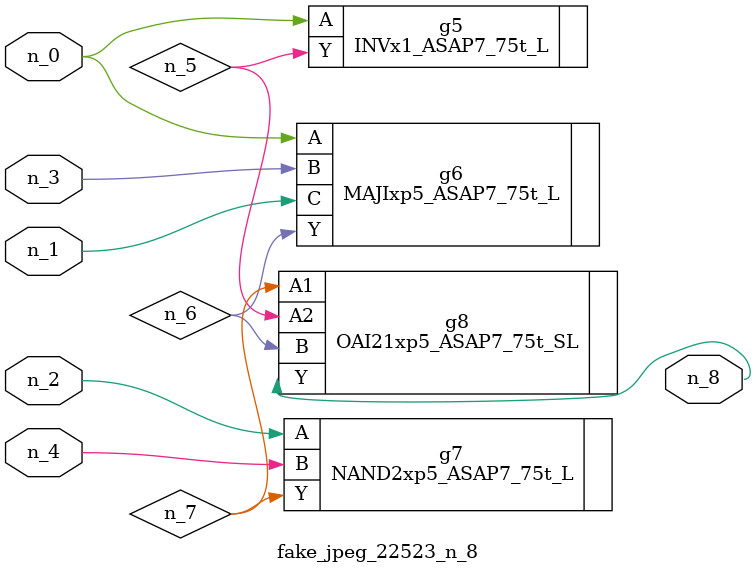
<source format=v>
module fake_jpeg_22523_n_8 (n_3, n_2, n_1, n_0, n_4, n_8);

input n_3;
input n_2;
input n_1;
input n_0;
input n_4;

output n_8;

wire n_6;
wire n_5;
wire n_7;

INVx1_ASAP7_75t_L g5 ( 
.A(n_0),
.Y(n_5)
);

MAJIxp5_ASAP7_75t_L g6 ( 
.A(n_0),
.B(n_3),
.C(n_1),
.Y(n_6)
);

NAND2xp5_ASAP7_75t_L g7 ( 
.A(n_2),
.B(n_4),
.Y(n_7)
);

OAI21xp5_ASAP7_75t_SL g8 ( 
.A1(n_7),
.A2(n_5),
.B(n_6),
.Y(n_8)
);


endmodule
</source>
